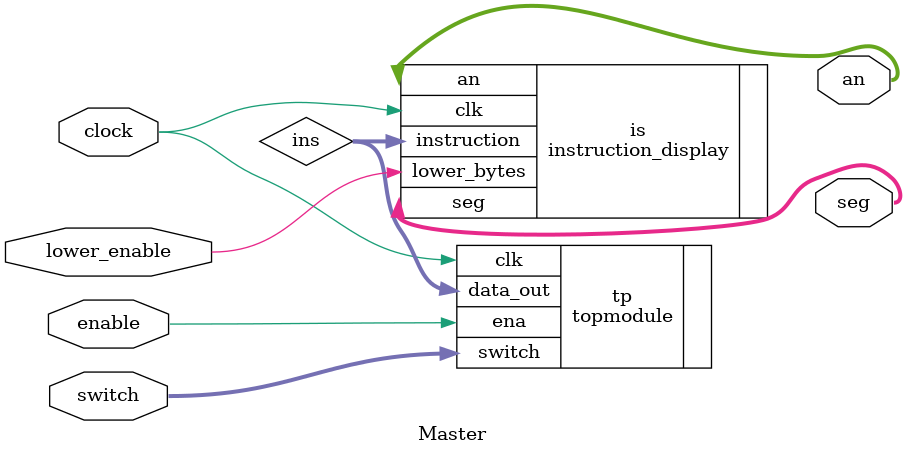
<source format=v>
module Master(
    input clock,
    input [2:0] switch,
    input enable,
    input lower_enable,
    output [6:0] seg,
    output [3:0] an
    );

    wire [31:0] ins;
    
    topmodule tp(
    .clk(clock),
    .switch(switch),
    .ena(enable),
    .data_out(ins)
    );
    
    instruction_display is(
    .clk(clock),
    .instruction(ins),
    .lower_bytes(lower_enable),
    .seg(seg),
    .an(an)
    );
    
endmodule

</source>
